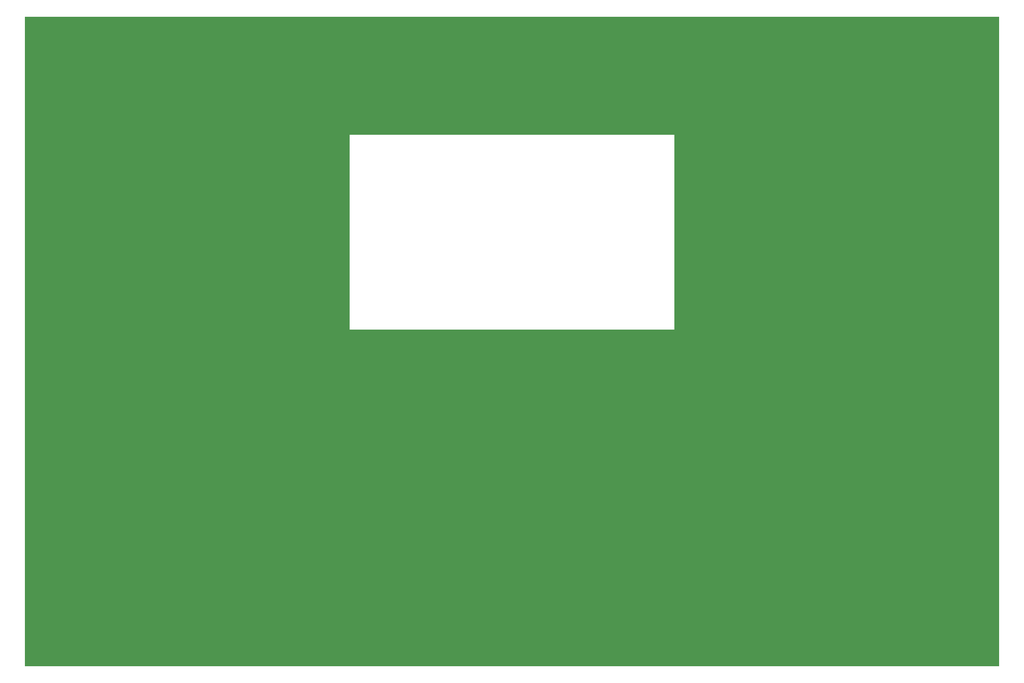
<source format=gbr>
G04 DipTrace 2.4.0.2*
%INBoard.gbr*%
%MOIN*%
%ADD11C,0.0055*%
%FSLAX44Y44*%
G04*
G70*
G90*
G75*
G01*
%LNBoardPoly*%
%LPD*%
G36*
X3940Y3940D2*
D11*
X63940D1*
Y43940D1*
X3940D1*
Y3940D1*
G37*
%LNBoardPolyC*%
%LPC*%
G36*
X23940Y36690D2*
X43940D1*
Y24690D1*
X23940D1*
Y36690D1*
G37*
M02*

</source>
